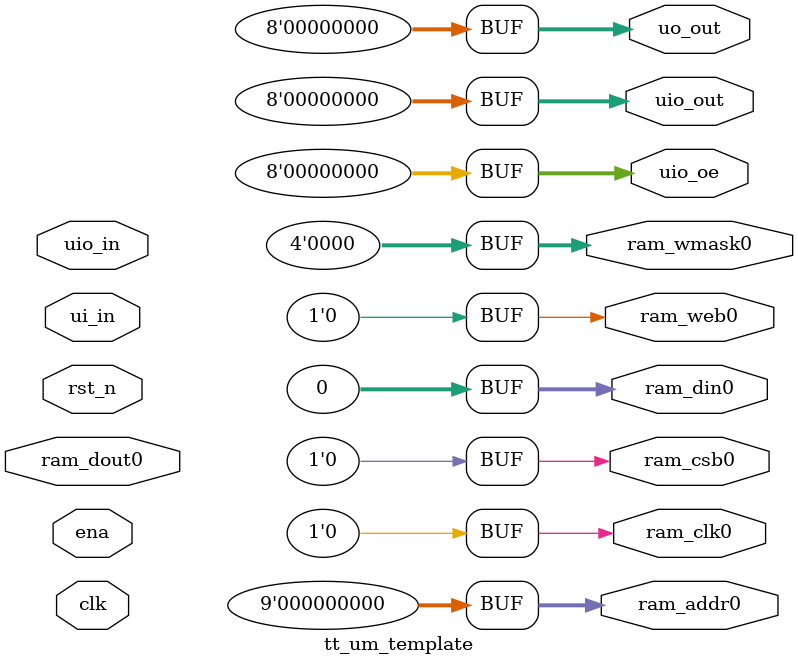
<source format=v>
/*
 * tt_um_template.v
 *
 * User module used for DEF template generation
 * (can't be fully empty of yosys doesn't generate anything ...)
 *
 * Copyright (c) 2023 Sylvain Munaut <tnt@246tNt.com>
 * SPDX-License-Identifier: Apache-2.0
 */

`default_nettype none

module tt_um_template (
	input  wire [7:0] ui_in,	// Dedicated inputs
	output wire [7:0] uo_out,	// Dedicated outputs
	input  wire [7:0] uio_in,	// IOs: Input path
	output wire [7:0] uio_out,	// IOs: Output path
	output wire [7:0] uio_oe,	// IOs: Enable path (active high: 0=input, 1=output)
	input  wire       ena,
	input  wire       clk,
	input  wire       rst_n,

	// RAM interface: 1rw
	output ram_clk0,
	output ram_csb0, // chip select, active low
	output ram_web0, // write enable, active low
	output [3:0] ram_wmask0, // write mask
	output [8:0] ram_addr0,	// address (either 8 or 9 bit, depending on RAM size)
	output [31:0]	ram_din0, // input data
	input  [31:0] ram_dout0  // output data
);

	assign { uo_out, uio_out, uio_oe } = 0;
	assign { ram_clk0, ram_csb0, ram_web0, ram_wmask0, ram_addr0, ram_din0 } = 0;

endmodule // tt_um_template

</source>
